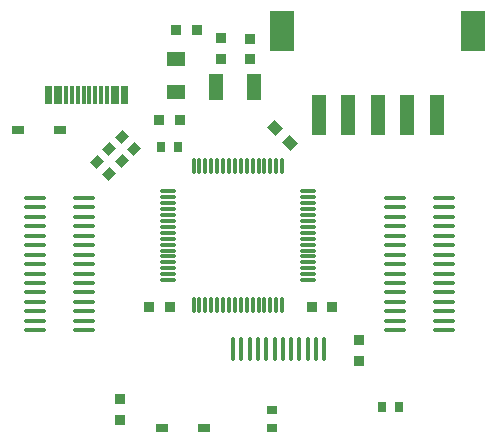
<source format=gbp>
G04*
G04 #@! TF.GenerationSoftware,Altium Limited,Altium Designer,21.5.1 (32)*
G04*
G04 Layer_Color=128*
%FSLAX25Y25*%
%MOIN*%
G70*
G04*
G04 #@! TF.SameCoordinates,7B5D3A8B-CDFD-4B31-A324-F985B6E4613D*
G04*
G04*
G04 #@! TF.FilePolarity,Positive*
G04*
G01*
G75*
%ADD15R,0.03800X0.03500*%
%ADD16R,0.03150X0.03347*%
%ADD17R,0.03500X0.03800*%
%ADD18R,0.03347X0.03150*%
%ADD43R,0.04724X0.13780*%
%ADD44R,0.07874X0.13780*%
%ADD45R,0.04724X0.08661*%
%ADD46R,0.01181X0.05906*%
%ADD47O,0.05512X0.01181*%
%ADD48O,0.01181X0.05512*%
%ADD49O,0.01575X0.07874*%
%ADD50O,0.07874X0.01378*%
%ADD51R,0.03937X0.02953*%
G04:AMPARAMS|DCode=52|XSize=31.5mil|YSize=33.47mil|CornerRadius=0mil|HoleSize=0mil|Usage=FLASHONLY|Rotation=135.000|XOffset=0mil|YOffset=0mil|HoleType=Round|Shape=Rectangle|*
%AMROTATEDRECTD52*
4,1,4,0.02297,0.00070,-0.00070,-0.02297,-0.02297,-0.00070,0.00070,0.02297,0.02297,0.00070,0.0*
%
%ADD52ROTATEDRECTD52*%

%ADD53R,0.05906X0.04724*%
G04:AMPARAMS|DCode=54|XSize=38mil|YSize=35mil|CornerRadius=0mil|HoleSize=0mil|Usage=FLASHONLY|Rotation=315.000|XOffset=0mil|YOffset=0mil|HoleType=Round|Shape=Rectangle|*
%AMROTATEDRECTD54*
4,1,4,-0.02581,0.00106,-0.00106,0.02581,0.02581,-0.00106,0.00106,-0.02581,-0.02581,0.00106,0.0*
%
%ADD54ROTATEDRECTD54*%

D15*
X58800Y112900D02*
D03*
X51900D02*
D03*
X57600Y143000D02*
D03*
X64500D02*
D03*
X109700Y50800D02*
D03*
X102800D02*
D03*
X48500Y50500D02*
D03*
X55400D02*
D03*
D16*
X131974Y17400D02*
D03*
X126226D02*
D03*
X58174Y104000D02*
D03*
X52426D02*
D03*
D17*
X72400Y133400D02*
D03*
Y140300D02*
D03*
X82300Y133200D02*
D03*
Y140100D02*
D03*
X118600Y39600D02*
D03*
Y32700D02*
D03*
X39000Y13000D02*
D03*
Y19900D02*
D03*
D18*
X89600Y10426D02*
D03*
Y16174D02*
D03*
D43*
X144485Y114500D02*
D03*
X134643D02*
D03*
X124800D02*
D03*
X114957D02*
D03*
X105115D02*
D03*
D44*
X93001Y142575D02*
D03*
X156599Y142575D02*
D03*
D45*
X83396Y124000D02*
D03*
X71004D02*
D03*
D46*
X30675Y121210D02*
D03*
X28706D02*
D03*
X26738D02*
D03*
X24769D02*
D03*
X14533D02*
D03*
X15714D02*
D03*
X17683D02*
D03*
X18864D02*
D03*
X20832D02*
D03*
X22801D02*
D03*
X32643D02*
D03*
X34612D02*
D03*
X36580D02*
D03*
X37761D02*
D03*
X39730D02*
D03*
X40911D02*
D03*
D47*
X54943Y89174D02*
D03*
Y87205D02*
D03*
Y85237D02*
D03*
Y83268D02*
D03*
X54943Y81300D02*
D03*
Y79331D02*
D03*
Y77363D02*
D03*
Y75394D02*
D03*
Y73426D02*
D03*
Y71457D02*
D03*
Y69489D02*
D03*
Y67520D02*
D03*
X54943Y65552D02*
D03*
Y63583D02*
D03*
Y61615D02*
D03*
Y59646D02*
D03*
X101400D02*
D03*
Y61615D02*
D03*
Y63583D02*
D03*
Y65552D02*
D03*
X101400Y67520D02*
D03*
Y69489D02*
D03*
Y71457D02*
D03*
Y73426D02*
D03*
Y75394D02*
D03*
Y77363D02*
D03*
Y79331D02*
D03*
Y81300D02*
D03*
X101400Y83268D02*
D03*
Y85237D02*
D03*
Y87205D02*
D03*
Y89174D02*
D03*
D48*
X63408Y51182D02*
D03*
X65376D02*
D03*
X67345D02*
D03*
X69313D02*
D03*
X71282D02*
D03*
X73250D02*
D03*
X75219D02*
D03*
X77187D02*
D03*
X79156D02*
D03*
X81124D02*
D03*
X83093D02*
D03*
X85061D02*
D03*
X87030D02*
D03*
X88998D02*
D03*
X90967Y51182D02*
D03*
X92935D02*
D03*
Y97639D02*
D03*
X90967D02*
D03*
X88998Y97639D02*
D03*
X87030D02*
D03*
X85061D02*
D03*
X83093D02*
D03*
X81124D02*
D03*
X79156D02*
D03*
X77187D02*
D03*
X75219D02*
D03*
X73250D02*
D03*
X71282D02*
D03*
X69313D02*
D03*
X67345D02*
D03*
X65376D02*
D03*
X63408D02*
D03*
D49*
X90388Y36800D02*
D03*
X82121D02*
D03*
X98656D02*
D03*
X106924D02*
D03*
X79365D02*
D03*
X76609D02*
D03*
X87632D02*
D03*
X84876D02*
D03*
X95900D02*
D03*
X93144D02*
D03*
X101412D02*
D03*
X104168D02*
D03*
D50*
X10433Y42913D02*
D03*
Y46063D02*
D03*
Y49213D02*
D03*
Y52362D02*
D03*
Y55512D02*
D03*
Y58661D02*
D03*
Y61811D02*
D03*
Y64961D02*
D03*
Y68110D02*
D03*
Y71260D02*
D03*
Y74409D02*
D03*
Y77559D02*
D03*
Y80709D02*
D03*
Y83858D02*
D03*
Y87008D02*
D03*
X26969Y42913D02*
D03*
Y46063D02*
D03*
Y49213D02*
D03*
Y52362D02*
D03*
Y55512D02*
D03*
Y58661D02*
D03*
Y61811D02*
D03*
Y64961D02*
D03*
Y68110D02*
D03*
Y71260D02*
D03*
Y74409D02*
D03*
Y77559D02*
D03*
Y80709D02*
D03*
Y83858D02*
D03*
Y87008D02*
D03*
X147047D02*
D03*
Y83858D02*
D03*
Y80709D02*
D03*
Y77559D02*
D03*
Y74410D02*
D03*
Y71260D02*
D03*
X147047Y68110D02*
D03*
X147047Y64961D02*
D03*
Y61811D02*
D03*
Y58661D02*
D03*
Y55512D02*
D03*
Y52362D02*
D03*
Y49213D02*
D03*
Y46063D02*
D03*
Y42913D02*
D03*
X130512Y87008D02*
D03*
Y83858D02*
D03*
Y80709D02*
D03*
Y77559D02*
D03*
Y74409D02*
D03*
Y71260D02*
D03*
Y68110D02*
D03*
Y64961D02*
D03*
Y61811D02*
D03*
Y58661D02*
D03*
Y55512D02*
D03*
Y52362D02*
D03*
Y49213D02*
D03*
Y46063D02*
D03*
Y42913D02*
D03*
D51*
X4800Y109700D02*
D03*
X18973D02*
D03*
X66987Y10400D02*
D03*
X52813D02*
D03*
D52*
X39513Y107373D02*
D03*
X43577Y103308D02*
D03*
X31168Y99132D02*
D03*
X35232Y95068D02*
D03*
X39432Y99190D02*
D03*
X35368Y103255D02*
D03*
D53*
X57500Y133412D02*
D03*
Y122388D02*
D03*
D54*
X95400Y105300D02*
D03*
X90521Y110179D02*
D03*
M02*

</source>
